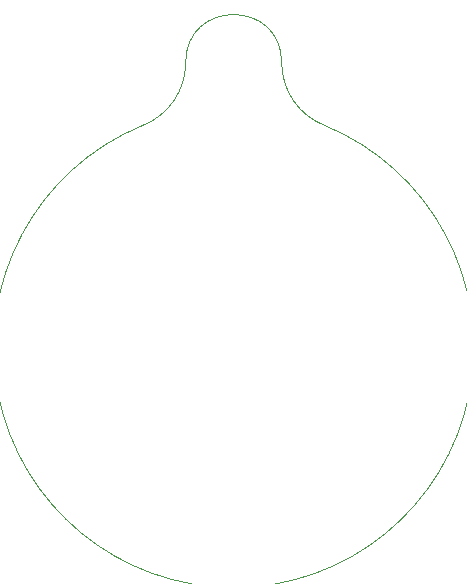
<source format=gm1>
G04 #@! TF.GenerationSoftware,KiCad,Pcbnew,(5.1.4)-1*
G04 #@! TF.CreationDate,2019-10-31T11:45:24-07:00*
G04 #@! TF.ProjectId,ruddblink,72756464-626c-4696-9e6b-2e6b69636164,A*
G04 #@! TF.SameCoordinates,Original*
G04 #@! TF.FileFunction,Profile,NP*
%FSLAX46Y46*%
G04 Gerber Fmt 4.6, Leading zero omitted, Abs format (unit mm)*
G04 Created by KiCad (PCBNEW (5.1.4)-1) date 2019-10-31 11:45:24*
%MOMM*%
%LPD*%
G04 APERTURE LIST*
%ADD10C,0.100000*%
G04 APERTURE END LIST*
D10*
X149984440Y-95510710D02*
G75*
G02X134499758Y-95508979I-7744441J-18789289D01*
G01*
X149984487Y-95510597D02*
G75*
G02X146304000Y-90170000I2034513J5340597D01*
G01*
X134499758Y-95508979D02*
G75*
G03X138176000Y-90170000I-2038758J5338979D01*
G01*
X138176000Y-90170000D02*
G75*
G02X146304000Y-90170000I4064000J0D01*
G01*
M02*

</source>
